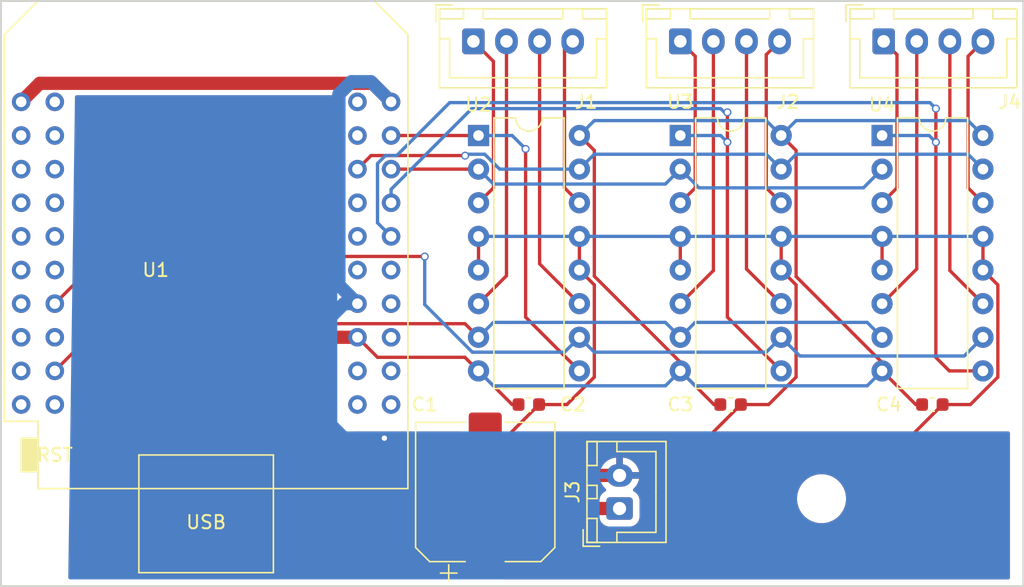
<source format=kicad_pcb>
(kicad_pcb (version 20241229) (generator "pcbnew") (generator_version "9.0")
  (layers (0 "F.Cu" signal) (2 "B.Cu" signal) (13 "F.Paste" user) (15 "B.Paste" user) (5 "F.SilkS" user "F.Silkscreen") (7 "B.SilkS" user "B.Silkscreen") (1 "F.Mask" user) (3 "B.Mask" user) (25 "Edge.Cuts" user))
  (net 0 "")
  (net 13 "Net-(J1-Pin_4)")
  (net 14 "Net-(J1-Pin_2)")
  (net 15 "Net-(J1-Pin_1)")
  (net 16 "+5V")
  (net 17 "Net-(J1-Pin_3)")
  (net 18 "GND")
  (net 19 "Net-(J2-Pin_3)")
  (net 20 "Net-(J2-Pin_1)")
  (net 22 "Net-(J2-Pin_2)")
  (net 23 "Net-(J2-Pin_4)")
  (net 26 "Net-(J4-Pin_2)")
  (net 27 "Net-(J4-Pin_3)")
  (net 28 "Net-(J4-Pin_1)")
  (net 29 "Net-(J4-Pin_4)")
  (net 42 "Net-(U1-IO_27)")
  (net 45 "2A")
  (net 46 "4A")
  (net 47 "3A")
  (net 48 "1A")
  (net 49 "EN2")
  (net 50 "EN3")
  (footprint "Connector_JST:JST_XH_B4B-XH-A_1x04_P2.50mm_Vertical" (layer "F.Cu") (at 101.212 74.168)
    (property "Reference" "J1")
    (property "Value" "Conn_01x04")
  )
  (footprint "Package_DIP:DIP-16_W7.62mm" (layer "F.Cu") (at 116.84 81.28)
    (property "Reference" "U3")
    (property "Value" "L293D")
  )
  (footprint "Capacitor_SMD:C_0603_1608Metric" (layer "F.Cu") (at 120.637 101.6)
    (property "Reference" "C3")
    (property "Value" "100n")
  )
  (footprint "Connector_JST:JST_XH_B4B-XH-A_1x04_P2.50mm_Vertical" (layer "F.Cu") (at 132.2 74.168)
    (property "Reference" "J4")
    (property "Value" "Conn_01x04")
  )
  (footprint "Capacitor_SMD:C_0603_1608Metric" (layer "F.Cu") (at 105.397 101.6)
    (property "Reference" "C2")
    (property "Value" "100n")
  )
  (footprint "Capacitor_SMD:C_0603_1608Metric" (layer "F.Cu") (at 135.877 101.6)
    (property "Reference" "C4")
    (property "Value" "100n")
  )
  (footprint "ESP32_mini:ESP32_mini" (layer "F.Cu") (at 81.026 90.17)
    (property "Reference" "U1")
    (property "Value" "mini_esp32")
  )
  (footprint "Connector_JST:JST_XH_B2B-XH-A_1x02_P2.50mm_Vertical" (layer "F.Cu") (at 112.251 109.454 90)
    (property "Reference" "J3")
    (property "Value" "Conn_01x02")
  )
  (footprint "MountingHole:MountingHole_3.2mm_M3" (layer "F.Cu") (at 127.508 108.712)
    (property "Reference" "H1" (hide yes))
    (property "Value" "MountingHole")
  )
  (footprint "Connector_JST:JST_XH_B4B-XH-A_1x04_P2.50mm_Vertical" (layer "F.Cu") (at 116.84 74.168)
    (property "Reference" "J2")
    (property "Value" "Conn_01x04")
  )
  (footprint "Capacitor_SMD:CP_Elec_10x10" (layer "F.Cu") (at 102.108 108.204 90)
    (property "Reference" "C1")
    (property "Value" "100u")
  )
  (footprint "Package_DIP:DIP-16_W7.62mm" (layer "F.Cu") (at 101.6 81.28)
    (property "Reference" "U2")
    (property "Value" "L293D")
  )
  (footprint "Package_DIP:DIP-16_W7.62mm" (layer "F.Cu") (at 132.08 81.28)
    (property "Reference" "U4")
    (property "Value" "L293D")
  )
  (gr_rect (start 65.532 71.12) (end 142.748 115.316) (stroke (width 0.15)) (fill no) (layer "Edge.Cuts"))
  (segment (start 108.094 85.234) (end 109.22 86.36) (width 0.25) (layer "F.Cu") (net 13))
  (segment (start 108.712 74.168) (end 108.094 74.786) (width 0.25) (layer "F.Cu") (net 13))
  (segment (start 108.094 74.786) (end 108.094 85.234) (width 0.25) (layer "F.Cu") (net 13))
  (segment (start 103.712 74.168) (end 103.712 91.868) (width 0.25) (layer "F.Cu") (net 14))
  (segment (start 103.712 91.868) (end 101.6 93.98) (width 0.25) (layer "F.Cu") (net 14))
  (segment (start 101.212 74.168) (end 102.726 75.682) (width 0.25) (layer "F.Cu") (net 15))
  (segment (start 102.726 85.234) (end 101.6 86.36) (width 0.25) (layer "F.Cu") (net 15))
  (segment (start 102.726 75.682) (end 102.726 85.234) (width 0.25) (layer "F.Cu") (net 15))
  (segment (start 110.346 82.406) (end 109.22 81.28) (width 0.25) (layer "F.Cu") (net 16))
  (segment (start 104.14 101.6) (end 101.6 99.06) (width 0.25) (layer "F.Cu") (net 16))
  (segment (start 102.108 112.204) (end 98.996 112.204) (width 1) (layer "F.Cu") (net 16))
  (segment (start 132.08 99.06) (end 132.08 98.42219) (width 0.25) (layer "F.Cu") (net 16))
  (segment (start 90.424 96.52) (end 92.456 96.52) (width 1) (layer "F.Cu") (net 16))
  (segment (start 88.9 98.044) (end 90.424 96.52) (width 1) (layer "F.Cu") (net 16))
  (segment (start 125.586 91.92819) (end 125.586 82.406) (width 0.25) (layer "F.Cu") (net 16))
  (segment (start 104.622 101.6) (end 104.14 101.6) (width 0.25) (layer "F.Cu") (net 16))
  (segment (start 134.62 101.6) (end 132.08 99.06) (width 0.25) (layer "F.Cu") (net 16))
  (segment (start 98.996 112.204) (end 88.9 102.108) (width 1) (layer "F.Cu") (net 16))
  (segment (start 119.38 101.6) (end 116.84 99.06) (width 0.25) (layer "F.Cu") (net 16))
  (segment (start 100.574 98.034) (end 93.97 98.034) (width 0.25) (layer "F.Cu") (net 16))
  (segment (start 104.858 109.454) (end 102.108 112.204) (width 1) (layer "F.Cu") (net 16))
  (segment (start 116.84 99.06) (end 116.84 98.400405) (width 0.25) (layer "F.Cu") (net 16))
  (segment (start 119.862 101.6) (end 119.38 101.6) (width 0.25) (layer "F.Cu") (net 16))
  (segment (start 112.251 109.454) (end 104.858 109.454) (width 1) (layer "F.Cu") (net 16))
  (segment (start 101.6 99.06) (end 100.574 98.034) (width 0.25) (layer "F.Cu") (net 16))
  (segment (start 110.346 91.906405) (end 110.346 82.406) (width 0.25) (layer "F.Cu") (net 16))
  (segment (start 93.97 98.034) (end 92.456 96.52) (width 0.25) (layer "F.Cu") (net 16))
  (segment (start 135.102 101.6) (end 134.62 101.6) (width 0.25) (layer "F.Cu") (net 16))
  (segment (start 116.84 98.400405) (end 110.346 91.906405) (width 0.25) (layer "F.Cu") (net 16))
  (segment (start 88.9 102.108) (end 88.9 98.044) (width 1) (layer "F.Cu") (net 16))
  (segment (start 125.586 82.406) (end 124.46 81.28) (width 0.25) (layer "F.Cu") (net 16))
  (segment (start 132.08 98.42219) (end 125.586 91.92819) (width 0.25) (layer "F.Cu") (net 16))
  (segment (start 124.46 81.28) (end 125.586 80.154) (width 0.25) (layer "B.Cu") (net 16))
  (segment (start 115.714 100.186) (end 116.84 99.06) (width 0.25) (layer "B.Cu") (net 16))
  (segment (start 125.586 80.154) (end 138.574 80.154) (width 0.25) (layer "B.Cu") (net 16))
  (segment (start 102.726 100.186) (end 115.714 100.186) (width 0.25) (layer "B.Cu") (net 16))
  (segment (start 130.954 100.186) (end 132.08 99.06) (width 0.25) (layer "B.Cu") (net 16))
  (segment (start 110.346 80.154) (end 123.334 80.154) (width 0.25) (layer "B.Cu") (net 16))
  (segment (start 123.334 80.154) (end 124.46 81.28) (width 0.25) (layer "B.Cu") (net 16))
  (segment (start 138.574 80.154) (end 139.7 81.28) (width 0.25) (layer "B.Cu") (net 16))
  (segment (start 109.22 81.28) (end 110.346 80.154) (width 0.25) (layer "B.Cu") (net 16))
  (segment (start 117.966 100.186) (end 130.954 100.186) (width 0.25) (layer "B.Cu") (net 16))
  (segment (start 101.6 99.06) (end 102.726 100.186) (width 0.25) (layer "B.Cu") (net 16))
  (segment (start 116.84 99.06) (end 117.966 100.186) (width 0.25) (layer "B.Cu") (net 16))
  (segment (start 106.212 90.972) (end 109.22 93.98) (width 0.25) (layer "F.Cu") (net 17))
  (segment (start 106.212 74.168) (end 106.212 90.972) (width 0.25) (layer "F.Cu") (net 17))
  (segment (start 94.552 104.204) (end 94.488 104.14) (width 1) (layer "F.Cu") (net 18))
  (segment (start 67.056 78.74) (end 68.457 77.339) (width 1) (layer "F.Cu") (net 18))
  (segment (start 101.6 88.9) (end 101.6 91.44) (width 0.25) (layer "F.Cu") (net 18))
  (segment (start 113.792 106.954) (end 112.251 106.954) (width 0.25) (layer "F.Cu") (net 18))
  (segment (start 102.108 104.204) (end 94.552 104.204) (width 1) (layer "F.Cu") (net 18))
  (segment (start 138.752405 101.6) (end 136.652 101.6) (width 0.25) (layer "F.Cu") (net 18))
  (segment (start 139.7 91.44) (end 140.826 92.566) (width 0.25) (layer "F.Cu") (net 18))
  (segment (start 106.172 101.6) (end 103.568 104.204) (width 0.25) (layer "F.Cu") (net 18))
  (segment (start 103.568 104.204) (end 102.108 104.204) (width 0.25) (layer "F.Cu") (net 18))
  (segment (start 140.826 92.566) (end 140.826 99.526405) (width 0.25) (layer "F.Cu") (net 18))
  (segment (start 131.572 106.68) (end 114.066 106.68) (width 0.25) (layer "F.Cu") (net 18))
  (segment (start 124.46 88.9) (end 124.46 91.44) (width 0.25) (layer "F.Cu") (net 18))
  (segment (start 136.652 101.6) (end 131.572 106.68) (width 0.25) (layer "F.Cu") (net 18))
  (segment (start 116.84 88.9) (end 116.84 91.44) (width 0.25) (layer "F.Cu") (net 18))
  (segment (start 68.457 77.339) (end 93.595 77.339) (width 1) (layer "F.Cu") (net 18))
  (segment (start 109.22 91.44) (end 110.346 92.566) (width 0.25) (layer "F.Cu") (net 18))
  (segment (start 108.272405 101.6) (end 106.172 101.6) (width 0.25) (layer "F.Cu") (net 18))
  (segment (start 104.858 106.954) (end 102.108 104.204) (width 1) (layer "F.Cu") (net 18))
  (segment (start 123.512405 101.6) (end 121.412 101.6) (width 0.25) (layer "F.Cu") (net 18))
  (segment (start 109.22 88.9) (end 109.22 91.44) (width 0.25) (layer "F.Cu") (net 18))
  (segment (start 124.46 91.44) (end 125.586 92.566) (width 0.25) (layer "F.Cu") (net 18))
  (segment (start 110.346 99.526405) (end 108.272405 101.6) (width 0.25) (layer "F.Cu") (net 18))
  (segment (start 93.595 77.339) (end 94.996 78.74) (width 1) (layer "F.Cu") (net 18))
  (segment (start 140.826 99.526405) (end 138.752405 101.6) (width 0.25) (layer "F.Cu") (net 18))
  (segment (start 139.7 88.9) (end 139.7 91.44) (width 0.25) (layer "F.Cu") (net 18))
  (segment (start 132.08 88.9) (end 132.08 91.44) (width 0.25) (layer "F.Cu") (net 18))
  (segment (start 121.412 101.6) (end 116.058 106.954) (width 0.25) (layer "F.Cu") (net 18))
  (segment (start 116.058 106.954) (end 113.792 106.954) (width 0.25) (layer "F.Cu") (net 18))
  (segment (start 125.586 92.566) (end 125.586 99.526405) (width 0.25) (layer "F.Cu") (net 18))
  (segment (start 114.066 106.68) (end 113.792 106.954) (width 0.25) (layer "F.Cu") (net 18))
  (segment (start 125.586 99.526405) (end 123.512405 101.6) (width 0.25) (layer "F.Cu") (net 18))
  (segment (start 112.251 106.954) (end 104.858 106.954) (width 1) (layer "F.Cu") (net 18))
  (segment (start 110.346 92.566) (end 110.346 99.526405) (width 0.25) (layer "F.Cu") (net 18))
  (via (at 94.488 104.14) (size 0.6) (drill 0.4) (layers "F.Cu" "B.Cu") (net 18))
  (segment (start 91.44 93.98) (end 92.456 93.98) (width 1) (layer "B.Cu") (net 18))
  (segment (start 93.472 77.216) (end 94.996 78.74) (width 1) (layer "B.Cu") (net 18))
  (segment (start 91.055 92.579) (end 91.055 78.159686) (width 1) (layer "B.Cu") (net 18))
  (segment (start 101.6 88.9) (end 109.22 88.9) (width 0.25) (layer "B.Cu") (net 18))
  (segment (start 91.055 78.159686) (end 91.998686 77.216) (width 1) (layer "B.Cu") (net 18))
  (segment (start 91.998686 77.216) (end 93.472 77.216) (width 1) (layer "B.Cu") (net 18))
  (segment (start 109.22 88.9) (end 116.84 88.9) (width 0.25) (layer "B.Cu") (net 18))
  (segment (start 89.916 102.616) (end 89.916 95.504) (width 1) (layer "B.Cu") (net 18))
  (segment (start 132.08 88.9) (end 139.7 88.9) (width 0.25) (layer "B.Cu") (net 18))
  (segment (start 92.456 93.98) (end 91.055 92.579) (width 1) (layer "B.Cu") (net 18))
  (segment (start 89.916 95.504) (end 91.44 93.98) (width 1) (layer "B.Cu") (net 18))
  (segment (start 124.46 88.9) (end 132.08 88.9) (width 0.25) (layer "B.Cu") (net 18))
  (segment (start 94.488 104.14) (end 91.44 104.14) (width 1) (layer "B.Cu") (net 18))
  (segment (start 116.84 88.9) (end 124.46 88.9) (width 0.25) (layer "B.Cu") (net 18))
  (segment (start 91.44 104.14) (end 89.916 102.616) (width 1) (layer "B.Cu") (net 18))
  (segment (start 121.84 91.36) (end 124.46 93.98) (width 0.25) (layer "F.Cu") (net 19))
  (segment (start 121.84 74.168) (end 121.84 91.36) (width 0.25) (layer "F.Cu") (net 19))
  (segment (start 117.966 75.294) (end 117.966 85.234) (width 0.25) (layer "F.Cu") (net 20))
  (segment (start 117.966 85.234) (end 116.84 86.36) (width 0.25) (layer "F.Cu") (net 20))
  (segment (start 116.84 74.168) (end 117.966 75.294) (width 0.25) (layer "F.Cu") (net 20))
  (segment (start 119.34 74.168) (end 119.34 91.48) (width 0.25) (layer "F.Cu") (net 22))
  (segment (start 119.34 91.48) (end 116.84 93.98) (width 0.25) (layer "F.Cu") (net 22))
  (segment (start 123.334 85.234) (end 124.46 86.36) (width 0.25) (layer "F.Cu") (net 23))
  (segment (start 123.334 75.174) (end 123.334 85.234) (width 0.25) (layer "F.Cu") (net 23))
  (segment (start 124.34 74.168) (end 123.334 75.174) (width 0.25) (layer "F.Cu") (net 23))
  (segment (start 134.7 74.168) (end 134.7 91.36) (width 0.25) (layer "F.Cu") (net 26))
  (segment (start 134.7 91.36) (end 132.08 93.98) (width 0.25) (layer "F.Cu") (net 26))
  (segment (start 137.2 74.168) (end 137.2 91.48) (width 0.25) (layer "F.Cu") (net 27))
  (segment (start 137.2 91.48) (end 139.7 93.98) (width 0.25) (layer "F.Cu") (net 27))
  (segment (start 133.206 75.174) (end 133.206 85.234) (width 0.25) (layer "F.Cu") (net 28))
  (segment (start 132.2 74.168) (end 133.206 75.174) (width 0.25) (layer "F.Cu") (net 28))
  (segment (start 133.206 85.234) (end 132.08 86.36) (width 0.25) (layer "F.Cu") (net 28))
  (segment (start 139.7 74.168) (end 138.574 75.294) (width 0.25) (layer "F.Cu") (net 29))
  (segment (start 138.574 85.234) (end 139.7 86.36) (width 0.25) (layer "F.Cu") (net 29))
  (segment (start 138.574 75.294) (end 138.574 85.234) (width 0.25) (layer "F.Cu") (net 29))
  (segment (start 94.996 81.28) (end 101.6 81.28) (width 0.25) (layer "F.Cu") (net 42))
  (segment (start 105.156 94.996) (end 109.22 99.06) (width 0.25) (layer "F.Cu") (net 42))
  (segment (start 105.156 82.296) (end 105.156 94.996) (width 0.25) (layer "F.Cu") (net 42))
  (via (at 105.156 82.296) (size 0.6) (drill 0.4) (layers "F.Cu" "B.Cu") (net 42))
  (segment (start 101.6 81.28) (end 104.14 81.28) (width 0.25) (layer "B.Cu") (net 42))
  (segment (start 104.14 81.28) (end 105.156 82.296) (width 0.25) (layer "B.Cu") (net 42))
  (segment (start 101.6 96.52) (end 100.574 95.494) (width 0.25) (layer "F.Cu") (net 45))
  (segment (start 100.574 95.494) (end 73.162 95.494) (width 0.25) (layer "F.Cu") (net 45))
  (segment (start 73.162 95.494) (end 69.596 99.06) (width 0.25) (layer "F.Cu") (net 45))
  (segment (start 115.714 95.394) (end 116.84 96.52) (width 0.25) (layer "B.Cu") (net 45))
  (segment (start 101.6 96.52) (end 102.726 95.394) (width 0.25) (layer "B.Cu") (net 45))
  (segment (start 130.954 95.394) (end 132.08 96.52) (width 0.25) (layer "B.Cu") (net 45))
  (segment (start 117.966 95.394) (end 130.954 95.394) (width 0.25) (layer "B.Cu") (net 45))
  (segment (start 102.726 95.394) (end 115.714 95.394) (width 0.25) (layer "B.Cu") (net 45))
  (segment (start 116.84 96.52) (end 117.966 95.394) (width 0.25) (layer "B.Cu") (net 45))
  (segment (start 100.574 82.794) (end 93.482 82.794) (width 0.25) (layer "F.Cu") (net 46))
  (segment (start 93.482 82.794) (end 92.456 83.82) (width 0.25) (layer "F.Cu") (net 46))
  (segment (start 100.584 82.804) (end 100.574 82.794) (width 0.25) (layer "F.Cu") (net 46))
  (via (at 100.584 82.804) (size 0.6) (drill 0.4) (layers "F.Cu" "B.Cu") (net 46))
  (segment (start 100.694 82.694) (end 100.584 82.804) (width 0.25) (layer "B.Cu") (net 46))
  (segment (start 103.192405 83.82) (end 102.066405 82.694) (width 0.25) (layer "B.Cu") (net 46))
  (segment (start 138.574 82.694) (end 139.7 83.82) (width 0.25) (layer "B.Cu") (net 46))
  (segment (start 102.066405 82.694) (end 100.694 82.694) (width 0.25) (layer "B.Cu") (net 46))
  (segment (start 109.22 83.82) (end 110.346 82.694) (width 0.25) (layer "B.Cu") (net 46))
  (segment (start 125.586 82.694) (end 138.574 82.694) (width 0.25) (layer "B.Cu") (net 46))
  (segment (start 109.22 83.82) (end 103.192405 83.82) (width 0.25) (layer "B.Cu") (net 46))
  (segment (start 110.346 82.694) (end 123.334 82.694) (width 0.25) (layer "B.Cu") (net 46))
  (segment (start 124.46 83.82) (end 125.586 82.694) (width 0.25) (layer "B.Cu") (net 46))
  (segment (start 123.334 82.694) (end 124.46 83.82) (width 0.25) (layer "B.Cu") (net 46))
  (segment (start 73.162 90.414) (end 69.596 93.98) (width 0.25) (layer "F.Cu") (net 47))
  (segment (start 97.536 90.424) (end 97.526 90.414) (width 0.25) (layer "F.Cu") (net 47))
  (segment (start 97.526 90.414) (end 73.162 90.414) (width 0.25) (layer "F.Cu") (net 47))
  (via (at 97.536 90.424) (size 0.6) (drill 0.4) (layers "F.Cu" "B.Cu") (net 47))
  (segment (start 125.874 97.934) (end 138.286 97.934) (width 0.25) (layer "B.Cu") (net 47))
  (segment (start 101.133595 97.646) (end 97.536 94.048405) (width 0.25) (layer "B.Cu") (net 47))
  (segment (start 108.094 97.646) (end 101.133595 97.646) (width 0.25) (layer "B.Cu") (net 47))
  (segment (start 110.346 97.646) (end 123.334 97.646) (width 0.25) (layer "B.Cu") (net 47))
  (segment (start 124.46 96.52) (end 125.874 97.934) (width 0.25) (layer "B.Cu") (net 47))
  (segment (start 109.22 96.52) (end 108.094 97.646) (width 0.25) (layer "B.Cu") (net 47))
  (segment (start 109.22 96.52) (end 110.346 97.646) (width 0.25) (layer "B.Cu") (net 47))
  (segment (start 97.536 94.048405) (end 97.536 90.424) (width 0.25) (layer "B.Cu") (net 47))
  (segment (start 123.334 97.646) (end 124.46 96.52) (width 0.25) (layer "B.Cu") (net 47))
  (segment (start 138.286 97.934) (end 139.7 96.52) (width 0.25) (layer "B.Cu") (net 47))
  (segment (start 101.6 83.82) (end 94.996 83.82) (width 0.25) (layer "F.Cu") (net 48))
  (segment (start 130.666 85.234) (end 132.08 83.82) (width 0.25) (layer "B.Cu") (net 48))
  (segment (start 116.84 83.82) (end 118.254 85.234) (width 0.25) (layer "B.Cu") (net 48))
  (segment (start 101.6 83.82) (end 102.726 84.946) (width 0.25) (layer "B.Cu") (net 48))
  (segment (start 118.254 85.234) (end 130.666 85.234) (width 0.25) (layer "B.Cu") (net 48))
  (segment (start 115.714 84.946) (end 116.84 83.82) (width 0.25) (layer "B.Cu") (net 48))
  (segment (start 102.726 84.946) (end 115.714 84.946) (width 0.25) (layer "B.Cu") (net 48))
  (segment (start 120.396 94.996) (end 124.46 99.06) (width 0.25) (layer "F.Cu") (net 49))
  (segment (start 120.396 79.529) (end 120.396 81.788) (width 0.25) (layer "F.Cu") (net 49))
  (segment (start 120.396 81.788) (end 120.396 94.996) (width 0.25) (layer "F.Cu") (net 49))
  (via (at 120.396 81.788) (size 0.6) (drill 0.4) (layers "F.Cu" "B.Cu") (net 49))
  (via (at 120.396 79.529) (size 0.6) (drill 0.4) (layers "F.Cu" "B.Cu") (net 49))
  (segment (start 119.888 79.248) (end 120.169 79.529) (width 0.25) (layer "B.Cu") (net 49))
  (segment (start 94.996 85.344) (end 101.092 79.248) (width 0.25) (layer "B.Cu") (net 49))
  (segment (start 116.84 81.28) (end 119.888 81.28) (width 0.25) (layer "B.Cu") (net 49))
  (segment (start 94.996 86.36) (end 94.996 85.344) (width 0.25) (layer "B.Cu") (net 49))
  (segment (start 101.092 79.248) (end 119.888 79.248) (width 0.25) (layer "B.Cu") (net 49))
  (segment (start 119.888 81.28) (end 120.396 81.788) (width 0.25) (layer "B.Cu") (net 49))
  (segment (start 120.169 79.529) (end 120.396 79.529) (width 0.25) (layer "B.Cu") (net 49))
  (segment (start 136.144 98.044) (end 137.16 99.06) (width 0.25) (layer "F.Cu") (net 50))
  (segment (start 136.144 81.788) (end 136.144 98.044) (width 0.25) (layer "F.Cu") (net 50))
  (segment (start 137.16 99.06) (end 139.7 99.06) (width 0.25) (layer "F.Cu") (net 50))
  (segment (start 136.144 79.248) (end 136.144 81.788) (width 0.25) (layer "F.Cu") (net 50))
  (via (at 136.144 81.788) (size 0.6) (drill 0.4) (layers "F.Cu" "B.Cu") (net 50))
  (via (at 136.144 79.248) (size 0.6) (drill 0.4) (layers "F.Cu" "B.Cu") (net 50))
  (segment (start 93.97 83.395016) (end 94.571016 82.794) (width 0.25) (layer "B.Cu") (net 50))
  (segment (start 93.97 87.874) (end 93.97 83.395016) (width 0.25) (layer "B.Cu") (net 50))
  (segment (start 99.417984 78.797) (end 135.693 78.797) (width 0.25) (layer "B.Cu") (net 50))
  (segment (start 94.571016 82.794) (end 95.420984 82.794) (width 0.25) (layer "B.Cu") (net 50))
  (segment (start 132.08 81.28) (end 135.636 81.28) (width 0.25) (layer "B.Cu") (net 50))
  (segment (start 135.693 78.797) (end 136.144 79.248) (width 0.25) (layer "B.Cu") (net 50))
  (segment (start 135.636 81.28) (end 136.144 81.788) (width 0.25) (layer "B.Cu") (net 50))
  (segment (start 94.996 88.9) (end 93.97 87.874) (width 0.25) (layer "B.Cu") (net 50))
  (segment (start 95.420984 82.794) (end 99.417984 78.797) (width 0.25) (layer "B.Cu") (net 50))
  (zone (net 18) (net_name "GND") (layers "F.Cu" "B.Cu") (connect_pads (clearance 0.508)) (min_thickness 0.25) (fill yes (thermal_gap 0.5) (thermal_bridge_width 0.5))
    (polygon (pts (xy 71.12 78.232) (xy 90.932 78.232) (xy 90.932 103.632) (xy 141.732 103.632) (xy 141.732 114.808) (xy 70.612 114.808)))
  )
)
</source>
